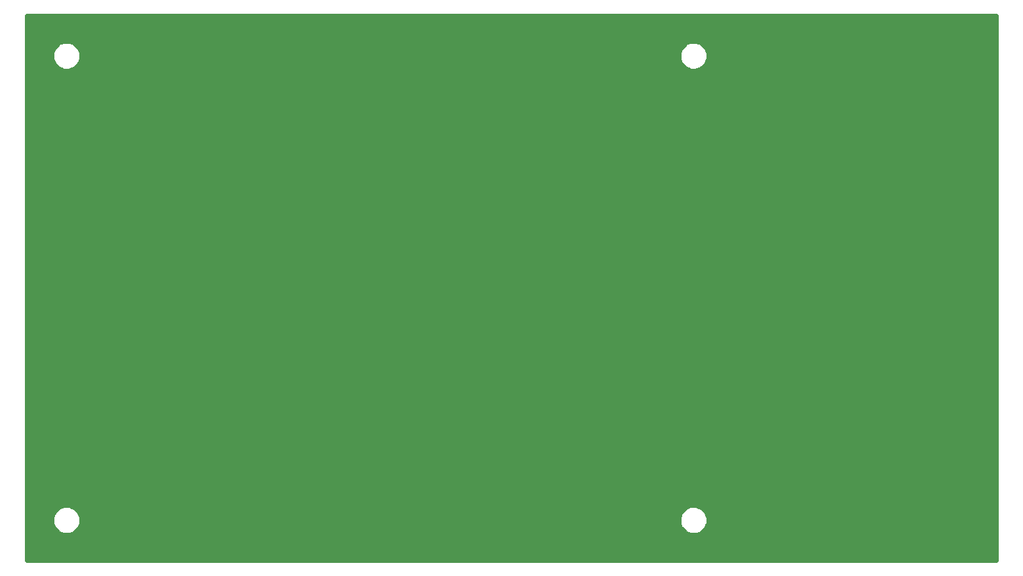
<source format=gbr>
G04 #@! TF.GenerationSoftware,KiCad,Pcbnew,(5.1.5)-3*
G04 #@! TF.CreationDate,2021-03-06T01:37:00+09:00*
G04 #@! TF.ProjectId,Setta21_Back_mask,53657474-6132-4315-9f42-61636b5f6d61,rev?*
G04 #@! TF.SameCoordinates,Original*
G04 #@! TF.FileFunction,Copper,L1,Top*
G04 #@! TF.FilePolarity,Positive*
%FSLAX46Y46*%
G04 Gerber Fmt 4.6, Leading zero omitted, Abs format (unit mm)*
G04 Created by KiCad (PCBNEW (5.1.5)-3) date 2021-03-06 01:37:00*
%MOMM*%
%LPD*%
G04 APERTURE LIST*
%ADD10C,0.254000*%
G04 APERTURE END LIST*
D10*
G36*
X189315000Y-58783736D02*
G01*
X189315001Y-129216263D01*
X189216264Y-129315000D01*
X63783736Y-129315000D01*
X63685000Y-129216264D01*
X63685000Y-123711593D01*
X67254677Y-123711593D01*
X67265000Y-124028284D01*
X67265000Y-124345113D01*
X67276210Y-124372176D01*
X67277164Y-124401453D01*
X67497901Y-124934359D01*
X67511293Y-124939716D01*
X67529138Y-124982799D01*
X68017201Y-125470862D01*
X68060284Y-125488707D01*
X68065641Y-125502099D01*
X68362171Y-125613753D01*
X68654887Y-125735000D01*
X68684177Y-125735000D01*
X68711593Y-125745323D01*
X69028284Y-125735000D01*
X69345113Y-125735000D01*
X69372176Y-125723790D01*
X69401453Y-125722836D01*
X69934359Y-125502099D01*
X69939716Y-125488707D01*
X69982799Y-125470862D01*
X70470862Y-124982799D01*
X70488707Y-124939716D01*
X70502099Y-124934359D01*
X70613753Y-124637829D01*
X70735000Y-124345113D01*
X70735000Y-124315823D01*
X70745323Y-124288407D01*
X70735000Y-123971716D01*
X70735000Y-123711593D01*
X148254677Y-123711593D01*
X148265000Y-124028284D01*
X148265000Y-124345113D01*
X148276210Y-124372176D01*
X148277164Y-124401453D01*
X148497901Y-124934359D01*
X148511293Y-124939716D01*
X148529138Y-124982799D01*
X149017201Y-125470862D01*
X149060284Y-125488707D01*
X149065641Y-125502099D01*
X149362171Y-125613753D01*
X149654887Y-125735000D01*
X149684177Y-125735000D01*
X149711593Y-125745323D01*
X150028284Y-125735000D01*
X150345113Y-125735000D01*
X150372176Y-125723790D01*
X150401453Y-125722836D01*
X150934359Y-125502099D01*
X150939716Y-125488707D01*
X150982799Y-125470862D01*
X151470862Y-124982799D01*
X151488707Y-124939716D01*
X151502099Y-124934359D01*
X151613753Y-124637829D01*
X151735000Y-124345113D01*
X151735000Y-124315823D01*
X151745323Y-124288407D01*
X151735000Y-123971716D01*
X151735000Y-123654887D01*
X151723790Y-123627824D01*
X151722836Y-123598547D01*
X151502099Y-123065641D01*
X151488707Y-123060284D01*
X151470862Y-123017201D01*
X150982799Y-122529138D01*
X150939716Y-122511293D01*
X150934359Y-122497901D01*
X150637829Y-122386247D01*
X150345113Y-122265000D01*
X150315823Y-122265000D01*
X150288407Y-122254677D01*
X149971716Y-122265000D01*
X149654887Y-122265000D01*
X149627824Y-122276210D01*
X149598547Y-122277164D01*
X149065641Y-122497901D01*
X149060284Y-122511293D01*
X149017201Y-122529138D01*
X148529138Y-123017201D01*
X148511293Y-123060284D01*
X148497901Y-123065641D01*
X148386247Y-123362171D01*
X148265000Y-123654887D01*
X148265000Y-123684177D01*
X148254677Y-123711593D01*
X70735000Y-123711593D01*
X70735000Y-123654887D01*
X70723790Y-123627824D01*
X70722836Y-123598547D01*
X70502099Y-123065641D01*
X70488707Y-123060284D01*
X70470862Y-123017201D01*
X69982799Y-122529138D01*
X69939716Y-122511293D01*
X69934359Y-122497901D01*
X69637829Y-122386247D01*
X69345113Y-122265000D01*
X69315823Y-122265000D01*
X69288407Y-122254677D01*
X68971716Y-122265000D01*
X68654887Y-122265000D01*
X68627824Y-122276210D01*
X68598547Y-122277164D01*
X68065641Y-122497901D01*
X68060284Y-122511293D01*
X68017201Y-122529138D01*
X67529138Y-123017201D01*
X67511293Y-123060284D01*
X67497901Y-123065641D01*
X67386247Y-123362171D01*
X67265000Y-123654887D01*
X67265000Y-123684177D01*
X67254677Y-123711593D01*
X63685000Y-123711593D01*
X63685000Y-63711593D01*
X67254677Y-63711593D01*
X67265000Y-64028284D01*
X67265000Y-64345113D01*
X67276210Y-64372176D01*
X67277164Y-64401453D01*
X67497901Y-64934359D01*
X67511293Y-64939716D01*
X67529138Y-64982799D01*
X68017201Y-65470862D01*
X68060284Y-65488707D01*
X68065641Y-65502099D01*
X68362171Y-65613753D01*
X68654887Y-65735000D01*
X68684177Y-65735000D01*
X68711593Y-65745323D01*
X69028284Y-65735000D01*
X69345113Y-65735000D01*
X69372176Y-65723790D01*
X69401453Y-65722836D01*
X69934359Y-65502099D01*
X69939716Y-65488707D01*
X69982799Y-65470862D01*
X70470862Y-64982799D01*
X70488707Y-64939716D01*
X70502099Y-64934359D01*
X70613753Y-64637829D01*
X70735000Y-64345113D01*
X70735000Y-64315823D01*
X70745323Y-64288407D01*
X70735000Y-63971716D01*
X70735000Y-63711593D01*
X148254677Y-63711593D01*
X148265000Y-64028284D01*
X148265000Y-64345113D01*
X148276210Y-64372176D01*
X148277164Y-64401453D01*
X148497901Y-64934359D01*
X148511293Y-64939716D01*
X148529138Y-64982799D01*
X149017201Y-65470862D01*
X149060284Y-65488707D01*
X149065641Y-65502099D01*
X149362171Y-65613753D01*
X149654887Y-65735000D01*
X149684177Y-65735000D01*
X149711593Y-65745323D01*
X150028284Y-65735000D01*
X150345113Y-65735000D01*
X150372176Y-65723790D01*
X150401453Y-65722836D01*
X150934359Y-65502099D01*
X150939716Y-65488707D01*
X150982799Y-65470862D01*
X151470862Y-64982799D01*
X151488707Y-64939716D01*
X151502099Y-64934359D01*
X151613753Y-64637829D01*
X151735000Y-64345113D01*
X151735000Y-64315823D01*
X151745323Y-64288407D01*
X151735000Y-63971716D01*
X151735000Y-63654887D01*
X151723790Y-63627824D01*
X151722836Y-63598547D01*
X151502099Y-63065641D01*
X151488707Y-63060284D01*
X151470862Y-63017201D01*
X150982799Y-62529138D01*
X150939716Y-62511293D01*
X150934359Y-62497901D01*
X150637829Y-62386247D01*
X150345113Y-62265000D01*
X150315823Y-62265000D01*
X150288407Y-62254677D01*
X149971716Y-62265000D01*
X149654887Y-62265000D01*
X149627824Y-62276210D01*
X149598547Y-62277164D01*
X149065641Y-62497901D01*
X149060284Y-62511293D01*
X149017201Y-62529138D01*
X148529138Y-63017201D01*
X148511293Y-63060284D01*
X148497901Y-63065641D01*
X148386247Y-63362171D01*
X148265000Y-63654887D01*
X148265000Y-63684177D01*
X148254677Y-63711593D01*
X70735000Y-63711593D01*
X70735000Y-63654887D01*
X70723790Y-63627824D01*
X70722836Y-63598547D01*
X70502099Y-63065641D01*
X70488707Y-63060284D01*
X70470862Y-63017201D01*
X69982799Y-62529138D01*
X69939716Y-62511293D01*
X69934359Y-62497901D01*
X69637829Y-62386247D01*
X69345113Y-62265000D01*
X69315823Y-62265000D01*
X69288407Y-62254677D01*
X68971716Y-62265000D01*
X68654887Y-62265000D01*
X68627824Y-62276210D01*
X68598547Y-62277164D01*
X68065641Y-62497901D01*
X68060284Y-62511293D01*
X68017201Y-62529138D01*
X67529138Y-63017201D01*
X67511293Y-63060284D01*
X67497901Y-63065641D01*
X67386247Y-63362171D01*
X67265000Y-63654887D01*
X67265000Y-63684177D01*
X67254677Y-63711593D01*
X63685000Y-63711593D01*
X63685000Y-58783736D01*
X63783736Y-58685000D01*
X189216264Y-58685000D01*
X189315000Y-58783736D01*
G37*
X189315000Y-58783736D02*
X189315001Y-129216263D01*
X189216264Y-129315000D01*
X63783736Y-129315000D01*
X63685000Y-129216264D01*
X63685000Y-123711593D01*
X67254677Y-123711593D01*
X67265000Y-124028284D01*
X67265000Y-124345113D01*
X67276210Y-124372176D01*
X67277164Y-124401453D01*
X67497901Y-124934359D01*
X67511293Y-124939716D01*
X67529138Y-124982799D01*
X68017201Y-125470862D01*
X68060284Y-125488707D01*
X68065641Y-125502099D01*
X68362171Y-125613753D01*
X68654887Y-125735000D01*
X68684177Y-125735000D01*
X68711593Y-125745323D01*
X69028284Y-125735000D01*
X69345113Y-125735000D01*
X69372176Y-125723790D01*
X69401453Y-125722836D01*
X69934359Y-125502099D01*
X69939716Y-125488707D01*
X69982799Y-125470862D01*
X70470862Y-124982799D01*
X70488707Y-124939716D01*
X70502099Y-124934359D01*
X70613753Y-124637829D01*
X70735000Y-124345113D01*
X70735000Y-124315823D01*
X70745323Y-124288407D01*
X70735000Y-123971716D01*
X70735000Y-123711593D01*
X148254677Y-123711593D01*
X148265000Y-124028284D01*
X148265000Y-124345113D01*
X148276210Y-124372176D01*
X148277164Y-124401453D01*
X148497901Y-124934359D01*
X148511293Y-124939716D01*
X148529138Y-124982799D01*
X149017201Y-125470862D01*
X149060284Y-125488707D01*
X149065641Y-125502099D01*
X149362171Y-125613753D01*
X149654887Y-125735000D01*
X149684177Y-125735000D01*
X149711593Y-125745323D01*
X150028284Y-125735000D01*
X150345113Y-125735000D01*
X150372176Y-125723790D01*
X150401453Y-125722836D01*
X150934359Y-125502099D01*
X150939716Y-125488707D01*
X150982799Y-125470862D01*
X151470862Y-124982799D01*
X151488707Y-124939716D01*
X151502099Y-124934359D01*
X151613753Y-124637829D01*
X151735000Y-124345113D01*
X151735000Y-124315823D01*
X151745323Y-124288407D01*
X151735000Y-123971716D01*
X151735000Y-123654887D01*
X151723790Y-123627824D01*
X151722836Y-123598547D01*
X151502099Y-123065641D01*
X151488707Y-123060284D01*
X151470862Y-123017201D01*
X150982799Y-122529138D01*
X150939716Y-122511293D01*
X150934359Y-122497901D01*
X150637829Y-122386247D01*
X150345113Y-122265000D01*
X150315823Y-122265000D01*
X150288407Y-122254677D01*
X149971716Y-122265000D01*
X149654887Y-122265000D01*
X149627824Y-122276210D01*
X149598547Y-122277164D01*
X149065641Y-122497901D01*
X149060284Y-122511293D01*
X149017201Y-122529138D01*
X148529138Y-123017201D01*
X148511293Y-123060284D01*
X148497901Y-123065641D01*
X148386247Y-123362171D01*
X148265000Y-123654887D01*
X148265000Y-123684177D01*
X148254677Y-123711593D01*
X70735000Y-123711593D01*
X70735000Y-123654887D01*
X70723790Y-123627824D01*
X70722836Y-123598547D01*
X70502099Y-123065641D01*
X70488707Y-123060284D01*
X70470862Y-123017201D01*
X69982799Y-122529138D01*
X69939716Y-122511293D01*
X69934359Y-122497901D01*
X69637829Y-122386247D01*
X69345113Y-122265000D01*
X69315823Y-122265000D01*
X69288407Y-122254677D01*
X68971716Y-122265000D01*
X68654887Y-122265000D01*
X68627824Y-122276210D01*
X68598547Y-122277164D01*
X68065641Y-122497901D01*
X68060284Y-122511293D01*
X68017201Y-122529138D01*
X67529138Y-123017201D01*
X67511293Y-123060284D01*
X67497901Y-123065641D01*
X67386247Y-123362171D01*
X67265000Y-123654887D01*
X67265000Y-123684177D01*
X67254677Y-123711593D01*
X63685000Y-123711593D01*
X63685000Y-63711593D01*
X67254677Y-63711593D01*
X67265000Y-64028284D01*
X67265000Y-64345113D01*
X67276210Y-64372176D01*
X67277164Y-64401453D01*
X67497901Y-64934359D01*
X67511293Y-64939716D01*
X67529138Y-64982799D01*
X68017201Y-65470862D01*
X68060284Y-65488707D01*
X68065641Y-65502099D01*
X68362171Y-65613753D01*
X68654887Y-65735000D01*
X68684177Y-65735000D01*
X68711593Y-65745323D01*
X69028284Y-65735000D01*
X69345113Y-65735000D01*
X69372176Y-65723790D01*
X69401453Y-65722836D01*
X69934359Y-65502099D01*
X69939716Y-65488707D01*
X69982799Y-65470862D01*
X70470862Y-64982799D01*
X70488707Y-64939716D01*
X70502099Y-64934359D01*
X70613753Y-64637829D01*
X70735000Y-64345113D01*
X70735000Y-64315823D01*
X70745323Y-64288407D01*
X70735000Y-63971716D01*
X70735000Y-63711593D01*
X148254677Y-63711593D01*
X148265000Y-64028284D01*
X148265000Y-64345113D01*
X148276210Y-64372176D01*
X148277164Y-64401453D01*
X148497901Y-64934359D01*
X148511293Y-64939716D01*
X148529138Y-64982799D01*
X149017201Y-65470862D01*
X149060284Y-65488707D01*
X149065641Y-65502099D01*
X149362171Y-65613753D01*
X149654887Y-65735000D01*
X149684177Y-65735000D01*
X149711593Y-65745323D01*
X150028284Y-65735000D01*
X150345113Y-65735000D01*
X150372176Y-65723790D01*
X150401453Y-65722836D01*
X150934359Y-65502099D01*
X150939716Y-65488707D01*
X150982799Y-65470862D01*
X151470862Y-64982799D01*
X151488707Y-64939716D01*
X151502099Y-64934359D01*
X151613753Y-64637829D01*
X151735000Y-64345113D01*
X151735000Y-64315823D01*
X151745323Y-64288407D01*
X151735000Y-63971716D01*
X151735000Y-63654887D01*
X151723790Y-63627824D01*
X151722836Y-63598547D01*
X151502099Y-63065641D01*
X151488707Y-63060284D01*
X151470862Y-63017201D01*
X150982799Y-62529138D01*
X150939716Y-62511293D01*
X150934359Y-62497901D01*
X150637829Y-62386247D01*
X150345113Y-62265000D01*
X150315823Y-62265000D01*
X150288407Y-62254677D01*
X149971716Y-62265000D01*
X149654887Y-62265000D01*
X149627824Y-62276210D01*
X149598547Y-62277164D01*
X149065641Y-62497901D01*
X149060284Y-62511293D01*
X149017201Y-62529138D01*
X148529138Y-63017201D01*
X148511293Y-63060284D01*
X148497901Y-63065641D01*
X148386247Y-63362171D01*
X148265000Y-63654887D01*
X148265000Y-63684177D01*
X148254677Y-63711593D01*
X70735000Y-63711593D01*
X70735000Y-63654887D01*
X70723790Y-63627824D01*
X70722836Y-63598547D01*
X70502099Y-63065641D01*
X70488707Y-63060284D01*
X70470862Y-63017201D01*
X69982799Y-62529138D01*
X69939716Y-62511293D01*
X69934359Y-62497901D01*
X69637829Y-62386247D01*
X69345113Y-62265000D01*
X69315823Y-62265000D01*
X69288407Y-62254677D01*
X68971716Y-62265000D01*
X68654887Y-62265000D01*
X68627824Y-62276210D01*
X68598547Y-62277164D01*
X68065641Y-62497901D01*
X68060284Y-62511293D01*
X68017201Y-62529138D01*
X67529138Y-63017201D01*
X67511293Y-63060284D01*
X67497901Y-63065641D01*
X67386247Y-63362171D01*
X67265000Y-63654887D01*
X67265000Y-63684177D01*
X67254677Y-63711593D01*
X63685000Y-63711593D01*
X63685000Y-58783736D01*
X63783736Y-58685000D01*
X189216264Y-58685000D01*
X189315000Y-58783736D01*
M02*

</source>
